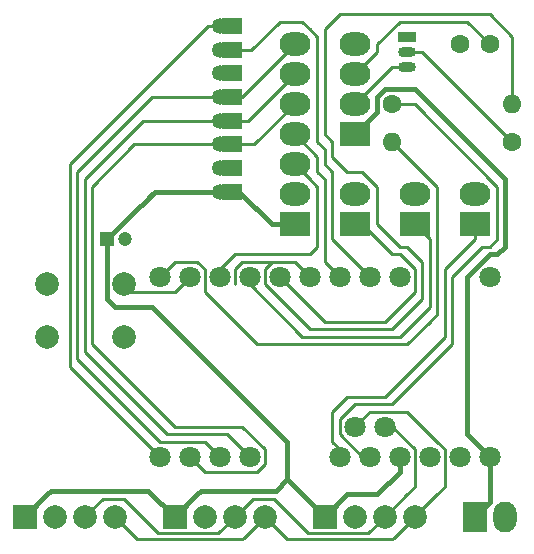
<source format=gbr>
G04 #@! TF.FileFunction,Copper,L1,Top,Signal*
%FSLAX46Y46*%
G04 Gerber Fmt 4.6, Leading zero omitted, Abs format (unit mm)*
G04 Created by KiCad (PCBNEW 4.0.7) date 08/08/18 17:07:12*
%MOMM*%
%LPD*%
G01*
G04 APERTURE LIST*
%ADD10C,0.100000*%
%ADD11C,1.600000*%
%ADD12O,1.600000X1.600000*%
%ADD13C,1.800000*%
%ADD14R,2.000000X2.000000*%
%ADD15C,2.000000*%
%ADD16C,1.350000*%
%ADD17R,1.800000X1.350000*%
%ADD18R,2.600000X2.000000*%
%ADD19O,2.600000X2.000000*%
%ADD20O,1.500000X0.900000*%
%ADD21R,1.500000X0.900000*%
%ADD22R,1.200000X1.200000*%
%ADD23C,1.200000*%
%ADD24R,2.000000X2.600000*%
%ADD25O,2.000000X2.600000*%
%ADD26C,0.400000*%
%ADD27C,0.250000*%
G04 APERTURE END LIST*
D10*
D11*
X163195000Y-96520000D03*
D12*
X153035000Y-96520000D03*
D13*
X133350000Y-123190000D03*
X135890000Y-123190000D03*
X138430000Y-123190000D03*
X140970000Y-123190000D03*
X148590000Y-123190000D03*
X151130000Y-123190000D03*
X153670000Y-123190000D03*
X156210000Y-123190000D03*
X158750000Y-123190000D03*
X161290000Y-123190000D03*
X161290000Y-107950000D03*
X153670000Y-107950000D03*
X151130000Y-107950000D03*
X148590000Y-107950000D03*
X146050000Y-107950000D03*
X143510000Y-107950000D03*
X140970000Y-107950000D03*
X138430000Y-107950000D03*
X135890000Y-107950000D03*
X133350000Y-107950000D03*
X149860000Y-120650000D03*
X152400000Y-120650000D03*
D14*
X121920000Y-128270000D03*
D15*
X124460000Y-128270000D03*
X127000000Y-128270000D03*
X129540000Y-128270000D03*
D16*
X138470000Y-86735000D03*
D17*
X139470000Y-86735000D03*
D16*
X138470000Y-100735000D03*
X138470000Y-98735000D03*
X138470000Y-96735000D03*
X138470000Y-94735000D03*
X138470000Y-92735000D03*
X138470000Y-90735000D03*
X138470000Y-88735000D03*
D17*
X139470000Y-100735000D03*
X139470000Y-98735000D03*
X139470000Y-96735000D03*
X139470000Y-94735000D03*
X139470000Y-92735000D03*
X139470000Y-90735000D03*
X139470000Y-88735000D03*
D14*
X134620000Y-128270000D03*
D15*
X137160000Y-128270000D03*
X139700000Y-128270000D03*
X142240000Y-128270000D03*
D18*
X144780000Y-103505000D03*
D19*
X144780000Y-100965000D03*
X144780000Y-98425000D03*
X144780000Y-95885000D03*
X144780000Y-93345000D03*
X144780000Y-90805000D03*
X144780000Y-88265000D03*
D11*
X153035000Y-93345000D03*
D12*
X163195000Y-93345000D03*
D15*
X123825000Y-113085000D03*
X123825000Y-108585000D03*
X130325000Y-113085000D03*
X130325000Y-108585000D03*
D11*
X161290000Y-88265000D03*
X158790000Y-88265000D03*
D20*
X154305000Y-88900000D03*
X154305000Y-90170000D03*
D21*
X154305000Y-87630000D03*
D22*
X128905000Y-104775000D03*
D23*
X130405000Y-104775000D03*
D14*
X147320000Y-128270000D03*
D15*
X149860000Y-128270000D03*
X152400000Y-128270000D03*
X154940000Y-128270000D03*
D18*
X149860000Y-95885000D03*
D19*
X149860000Y-93345000D03*
X149860000Y-90805000D03*
X149860000Y-88265000D03*
D18*
X149860000Y-103505000D03*
D19*
X149860000Y-100965000D03*
D18*
X154940000Y-103505000D03*
D19*
X154940000Y-100965000D03*
D18*
X160020000Y-103505000D03*
D19*
X160020000Y-100965000D03*
D24*
X160020000Y-128270000D03*
D25*
X162560000Y-128270000D03*
D26*
X129540000Y-110490000D02*
X128905000Y-109855000D01*
X128905000Y-109855000D02*
X128905000Y-104775000D01*
X132715000Y-110490000D02*
X135255000Y-113030000D01*
X129540000Y-110490000D02*
X132715000Y-110490000D01*
X121920000Y-128270000D02*
X123825000Y-126365000D01*
X138470000Y-100735000D02*
X132945000Y-100735000D01*
X132945000Y-100735000D02*
X132080000Y-101600000D01*
X128905000Y-104775000D02*
X131445000Y-102235000D01*
X131445000Y-102235000D02*
X132080000Y-101600000D01*
X132080000Y-101600000D02*
X132715000Y-100965000D01*
X153670000Y-123190000D02*
X153670000Y-124460000D01*
X151765000Y-126365000D02*
X149225000Y-126365000D01*
X153670000Y-124460000D02*
X151765000Y-126365000D01*
X141605000Y-126047500D02*
X143192500Y-126047500D01*
X143192500Y-126047500D02*
X144145000Y-125095000D01*
X147320000Y-128270000D02*
X144145000Y-125095000D01*
X144145000Y-125095000D02*
X144145000Y-124460000D01*
X144145000Y-121920000D02*
X135255000Y-113030000D01*
X144145000Y-124460000D02*
X144145000Y-121920000D01*
X149225000Y-126365000D02*
X147320000Y-128270000D01*
X136525000Y-126365000D02*
X136842500Y-126047500D01*
X134620000Y-128270000D02*
X136525000Y-126365000D01*
X136842500Y-126047500D02*
X141605000Y-126047500D01*
X125095000Y-126047500D02*
X124142500Y-126047500D01*
X124142500Y-126047500D02*
X123825000Y-126365000D01*
X123825000Y-126365000D02*
X121920000Y-128270000D01*
X132397500Y-126047500D02*
X125095000Y-126047500D01*
X132397500Y-126047500D02*
X134620000Y-128270000D01*
X144780000Y-103505000D02*
X142875000Y-103505000D01*
X142875000Y-103505000D02*
X140105000Y-100735000D01*
X139105000Y-100735000D02*
X140105000Y-100735000D01*
X139470000Y-98735000D02*
X138470000Y-98735000D01*
X139105000Y-98735000D02*
X140105000Y-98735000D01*
D27*
X139470000Y-90735000D02*
X138470000Y-90735000D01*
X139105000Y-90735000D02*
X140105000Y-90735000D01*
X130325000Y-108585000D02*
X130325000Y-108735000D01*
X130325000Y-108735000D02*
X130810000Y-109220000D01*
X130810000Y-109220000D02*
X134620000Y-109220000D01*
X134620000Y-109220000D02*
X135890000Y-107950000D01*
X153670000Y-106045000D02*
X153035000Y-106045000D01*
X153035000Y-106045000D02*
X150495000Y-103505000D01*
X150495000Y-103505000D02*
X149860000Y-103505000D01*
X153670000Y-106045000D02*
X154940000Y-107315000D01*
X147320000Y-111760000D02*
X152400000Y-111760000D01*
X152400000Y-111760000D02*
X154940000Y-109220000D01*
X154940000Y-109220000D02*
X154940000Y-107315000D01*
X147320000Y-111760000D02*
X143510000Y-107950000D01*
X140970000Y-107950000D02*
X140970000Y-108585000D01*
X140970000Y-108585000D02*
X145415000Y-113030000D01*
X145415000Y-113030000D02*
X146050000Y-113030000D01*
X156210000Y-104775000D02*
X154940000Y-103505000D01*
X156210000Y-110490000D02*
X156210000Y-104775000D01*
X153670000Y-113030000D02*
X156210000Y-110490000D01*
X146050000Y-113030000D02*
X153670000Y-113030000D01*
X155575000Y-104140000D02*
X154940000Y-103505000D01*
X125730000Y-98425000D02*
X125730000Y-115570000D01*
X125730000Y-115570000D02*
X131445000Y-121285000D01*
X139470000Y-86735000D02*
X138470000Y-86735000D01*
X133350000Y-123190000D02*
X131445000Y-121285000D01*
X139470000Y-86735000D02*
X137420000Y-86735000D01*
X137420000Y-86735000D02*
X125730000Y-98425000D01*
X140105000Y-86735000D02*
X137420000Y-86735000D01*
X147955000Y-99060000D02*
X147320000Y-98425000D01*
X147320000Y-98425000D02*
X147320000Y-97790000D01*
X147320000Y-97790000D02*
X147320000Y-97155000D01*
X147320000Y-97155000D02*
X146685000Y-96520000D01*
X146685000Y-96520000D02*
X146685000Y-95250000D01*
X138470000Y-88735000D02*
X139470000Y-88735000D01*
X151130000Y-107950000D02*
X147955000Y-104775000D01*
X147955000Y-99060000D02*
X147955000Y-104775000D01*
X140105000Y-88735000D02*
X141135000Y-88735000D01*
X146685000Y-87630000D02*
X146685000Y-95250000D01*
X145415000Y-86360000D02*
X146050000Y-86995000D01*
X146050000Y-86995000D02*
X146685000Y-87630000D01*
X143510000Y-86360000D02*
X145415000Y-86360000D01*
X141135000Y-88735000D02*
X143510000Y-86360000D01*
X139105000Y-88735000D02*
X140105000Y-88735000D01*
X127000000Y-128270000D02*
X127635000Y-127635000D01*
X154940000Y-125730000D02*
X154940000Y-122555000D01*
X152400000Y-128270000D02*
X154305000Y-126365000D01*
X154305000Y-126365000D02*
X154940000Y-125730000D01*
X154940000Y-122555000D02*
X153035000Y-120650000D01*
X153035000Y-120650000D02*
X152400000Y-120650000D01*
X130556000Y-127000000D02*
X130302000Y-126746000D01*
X130302000Y-126746000D02*
X129794000Y-126746000D01*
X132080000Y-128524000D02*
X130556000Y-127000000D01*
X144780000Y-128524000D02*
X143002000Y-126746000D01*
X150876000Y-129667000D02*
X151003000Y-129667000D01*
X151003000Y-129667000D02*
X152400000Y-128270000D01*
X145923000Y-129667000D02*
X150876000Y-129667000D01*
X139700000Y-128270000D02*
X141224000Y-126746000D01*
X144780000Y-128524000D02*
X145923000Y-129667000D01*
X141224000Y-126746000D02*
X143002000Y-126746000D01*
X133223000Y-129667000D02*
X138303000Y-129667000D01*
X138303000Y-129667000D02*
X139700000Y-128270000D01*
X127000000Y-128270000D02*
X127635000Y-127635000D01*
X127635000Y-127635000D02*
X128524000Y-126746000D01*
X128524000Y-126746000D02*
X129794000Y-126746000D01*
X132080000Y-128524000D02*
X133223000Y-129667000D01*
X129540000Y-128270000D02*
X131445000Y-130175000D01*
X149860000Y-120650000D02*
X150495000Y-120015000D01*
X150495000Y-120015000D02*
X151130000Y-119380000D01*
X156845000Y-126365000D02*
X157480000Y-125730000D01*
X157480000Y-122555000D02*
X156845000Y-121920000D01*
X157480000Y-125730000D02*
X157480000Y-122555000D01*
X132715000Y-130175000D02*
X131445000Y-130175000D01*
X144145000Y-130175000D02*
X153035000Y-130175000D01*
X153035000Y-130175000D02*
X153162000Y-130048000D01*
X153162000Y-130048000D02*
X154940000Y-128270000D01*
X142240000Y-128270000D02*
X144018000Y-130048000D01*
X144018000Y-130048000D02*
X144145000Y-130175000D01*
X132715000Y-130175000D02*
X140335000Y-130175000D01*
X140335000Y-130175000D02*
X140462000Y-130048000D01*
X140462000Y-130048000D02*
X142240000Y-128270000D01*
X154940000Y-128270000D02*
X156845000Y-126365000D01*
X156845000Y-126365000D02*
X155575000Y-127635000D01*
X154305000Y-119380000D02*
X156845000Y-121920000D01*
X151130000Y-119380000D02*
X154305000Y-119380000D01*
X160020000Y-103505000D02*
X160020000Y-104775000D01*
X160020000Y-104775000D02*
X157480000Y-107315000D01*
X157480000Y-107315000D02*
X157480000Y-113030000D01*
X152400000Y-118110000D02*
X151130000Y-118110000D01*
X157480000Y-113030000D02*
X152400000Y-118110000D01*
X148590000Y-123190000D02*
X148590000Y-122555000D01*
X148590000Y-122555000D02*
X147955000Y-121920000D01*
X149225000Y-118110000D02*
X149860000Y-118110000D01*
X149860000Y-118110000D02*
X150495000Y-118110000D01*
X150495000Y-118110000D02*
X151130000Y-118110000D01*
X147955000Y-119380000D02*
X149225000Y-118110000D01*
X147955000Y-121920000D02*
X147955000Y-119380000D01*
X161290000Y-105410000D02*
X160655000Y-105410000D01*
X158115000Y-107950000D02*
X158115000Y-113665000D01*
X160655000Y-105410000D02*
X158115000Y-107950000D01*
X153035000Y-118745000D02*
X151765000Y-118745000D01*
X158115000Y-113665000D02*
X153035000Y-118745000D01*
X161925000Y-100965000D02*
X161925000Y-100330000D01*
X149860000Y-118745000D02*
X151765000Y-118745000D01*
X150495000Y-123190000D02*
X148590000Y-121285000D01*
X148590000Y-121285000D02*
X148590000Y-120015000D01*
X148590000Y-120015000D02*
X149860000Y-118745000D01*
X161290000Y-105410000D02*
X161925000Y-104775000D01*
X161925000Y-100965000D02*
X161925000Y-104775000D01*
X154940000Y-93345000D02*
X153035000Y-93345000D01*
X161925000Y-100330000D02*
X154940000Y-93345000D01*
X151130000Y-123190000D02*
X150495000Y-123190000D01*
X127635000Y-113030000D02*
X127635000Y-113665000D01*
X134620000Y-120650000D02*
X140335000Y-120650000D01*
X127635000Y-113665000D02*
X134620000Y-120650000D01*
X127635000Y-100330000D02*
X127635000Y-113030000D01*
X139470000Y-96735000D02*
X138470000Y-96735000D01*
X140335000Y-120650000D02*
X142240000Y-122555000D01*
X141605000Y-124460000D02*
X137160000Y-124460000D01*
X137160000Y-124460000D02*
X135890000Y-123190000D01*
X142240000Y-123825000D02*
X141605000Y-124460000D01*
X142240000Y-122555000D02*
X142240000Y-123825000D01*
X138470000Y-96735000D02*
X131230000Y-96735000D01*
X131230000Y-96735000D02*
X127635000Y-100330000D01*
X144780000Y-93345000D02*
X141390000Y-96735000D01*
X141390000Y-96735000D02*
X131230000Y-96735000D01*
X127000000Y-113665000D02*
X127000000Y-114300000D01*
X133985000Y-121285000D02*
X139065000Y-121285000D01*
X127000000Y-114300000D02*
X133985000Y-121285000D01*
X127000000Y-99695000D02*
X127000000Y-113665000D01*
X139470000Y-94735000D02*
X138470000Y-94735000D01*
X131960000Y-94735000D02*
X127000000Y-99695000D01*
X138470000Y-94735000D02*
X131960000Y-94735000D01*
X139065000Y-121285000D02*
X140970000Y-123190000D01*
X142240000Y-93345000D02*
X144780000Y-90805000D01*
X139105000Y-94735000D02*
X140850000Y-94735000D01*
X140850000Y-94735000D02*
X142240000Y-93345000D01*
X139105000Y-94735000D02*
X140105000Y-94735000D01*
X126365000Y-114300000D02*
X126365000Y-114935000D01*
X133350000Y-121920000D02*
X137160000Y-121920000D01*
X126365000Y-114935000D02*
X133350000Y-121920000D01*
X126365000Y-99060000D02*
X126365000Y-114300000D01*
X137160000Y-121920000D02*
X138430000Y-123190000D01*
X138470000Y-92735000D02*
X132690000Y-92735000D01*
X132690000Y-92735000D02*
X126365000Y-99060000D01*
X144780000Y-88265000D02*
X140310000Y-92735000D01*
X140310000Y-92735000D02*
X132690000Y-92735000D01*
D26*
X160020000Y-128270000D02*
X161290000Y-127000000D01*
X159385000Y-117475000D02*
X159385000Y-121285000D01*
X162560000Y-105410000D02*
X161925000Y-106045000D01*
X161925000Y-106045000D02*
X161290000Y-106045000D01*
X161290000Y-106045000D02*
X159385000Y-107950000D01*
X159385000Y-107950000D02*
X159385000Y-117475000D01*
X149860000Y-95885000D02*
X151765000Y-93980000D01*
X162560000Y-99695000D02*
X162560000Y-104140000D01*
X154940000Y-92075000D02*
X162560000Y-99695000D01*
X152400000Y-92075000D02*
X154940000Y-92075000D01*
X151765000Y-92710000D02*
X152400000Y-92075000D01*
X151765000Y-93980000D02*
X151765000Y-92710000D01*
X162560000Y-104140000D02*
X162560000Y-105410000D01*
X159385000Y-121285000D02*
X161290000Y-123190000D01*
X161290000Y-123190000D02*
X161290000Y-127000000D01*
X161290000Y-127000000D02*
X160020000Y-128270000D01*
D27*
X149860000Y-93345000D02*
X152400000Y-90805000D01*
X152400000Y-90805000D02*
X153035000Y-90170000D01*
X153035000Y-90170000D02*
X154305000Y-90170000D01*
X149860000Y-90805000D02*
X151765000Y-88900000D01*
X151765000Y-88265000D02*
X153670000Y-86360000D01*
X151765000Y-88900000D02*
X151765000Y-88265000D01*
X153670000Y-86360000D02*
X159385000Y-86360000D01*
X159385000Y-86360000D02*
X161290000Y-88265000D01*
X154305000Y-88900000D02*
X155575000Y-88900000D01*
X155575000Y-88900000D02*
X163195000Y-96520000D01*
X156845000Y-106045000D02*
X156845000Y-100330000D01*
X156845000Y-100330000D02*
X153035000Y-96520000D01*
X133350000Y-107950000D02*
X134620000Y-106680000D01*
X156845000Y-106045000D02*
X156845000Y-111125000D01*
X156845000Y-111125000D02*
X156210000Y-111760000D01*
X137160000Y-109220000D02*
X137160000Y-107315000D01*
X136525000Y-106680000D02*
X135890000Y-106680000D01*
X137160000Y-107315000D02*
X136525000Y-106680000D01*
X154305000Y-113665000D02*
X153670000Y-113665000D01*
X156210000Y-111760000D02*
X154305000Y-113665000D01*
X141605000Y-113665000D02*
X140970000Y-113030000D01*
X153670000Y-113665000D02*
X141605000Y-113665000D01*
X139065000Y-111125000D02*
X140970000Y-113030000D01*
X135890000Y-106680000D02*
X134620000Y-106680000D01*
X137160000Y-109220000D02*
X139065000Y-111125000D01*
X147955000Y-97155000D02*
X147955000Y-97790000D01*
X149225000Y-99060000D02*
X150495000Y-99060000D01*
X147955000Y-97790000D02*
X149225000Y-99060000D01*
X163195000Y-87630000D02*
X163195000Y-93345000D01*
X147320000Y-90170000D02*
X147320000Y-86995000D01*
X147955000Y-97155000D02*
X147955000Y-96520000D01*
X147955000Y-96520000D02*
X147320000Y-95885000D01*
X147320000Y-95885000D02*
X147320000Y-90170000D01*
X151765000Y-100330000D02*
X150495000Y-99060000D01*
X153670000Y-105410000D02*
X151765000Y-103505000D01*
X151765000Y-103505000D02*
X151765000Y-100330000D01*
X155575000Y-107315000D02*
X155575000Y-106680000D01*
X146050000Y-112395000D02*
X153035000Y-112395000D01*
X153035000Y-112395000D02*
X155575000Y-109855000D01*
X155575000Y-109855000D02*
X155575000Y-107315000D01*
X142875000Y-106680000D02*
X142240000Y-107315000D01*
X142240000Y-107315000D02*
X142240000Y-108585000D01*
X142240000Y-108585000D02*
X146050000Y-112395000D01*
X155575000Y-106680000D02*
X154305000Y-105410000D01*
X154305000Y-105410000D02*
X153670000Y-105410000D01*
X161290000Y-85725000D02*
X163195000Y-87630000D01*
X148590000Y-85725000D02*
X161290000Y-85725000D01*
X147320000Y-86995000D02*
X148590000Y-85725000D01*
X146050000Y-107950000D02*
X144780000Y-106680000D01*
X139700000Y-107315000D02*
X139700000Y-108585000D01*
X140335000Y-106680000D02*
X139700000Y-107315000D01*
X144780000Y-106680000D02*
X142875000Y-106680000D01*
X142875000Y-106680000D02*
X140335000Y-106680000D01*
X147320000Y-99695000D02*
X146685000Y-99060000D01*
X146685000Y-99060000D02*
X146685000Y-98425000D01*
X146685000Y-98425000D02*
X146685000Y-97790000D01*
X144780000Y-95885000D02*
X146685000Y-97790000D01*
X148590000Y-107950000D02*
X147320000Y-106680000D01*
X147320000Y-99695000D02*
X147320000Y-106680000D01*
X138430000Y-107950000D02*
X138430000Y-107315000D01*
X138430000Y-107315000D02*
X139700000Y-106045000D01*
X144780000Y-98425000D02*
X146050000Y-99695000D01*
X146050000Y-106045000D02*
X139700000Y-106045000D01*
X146685000Y-105410000D02*
X146050000Y-106045000D01*
X146685000Y-100330000D02*
X146685000Y-105410000D01*
X146050000Y-99695000D02*
X146685000Y-100330000D01*
M02*

</source>
